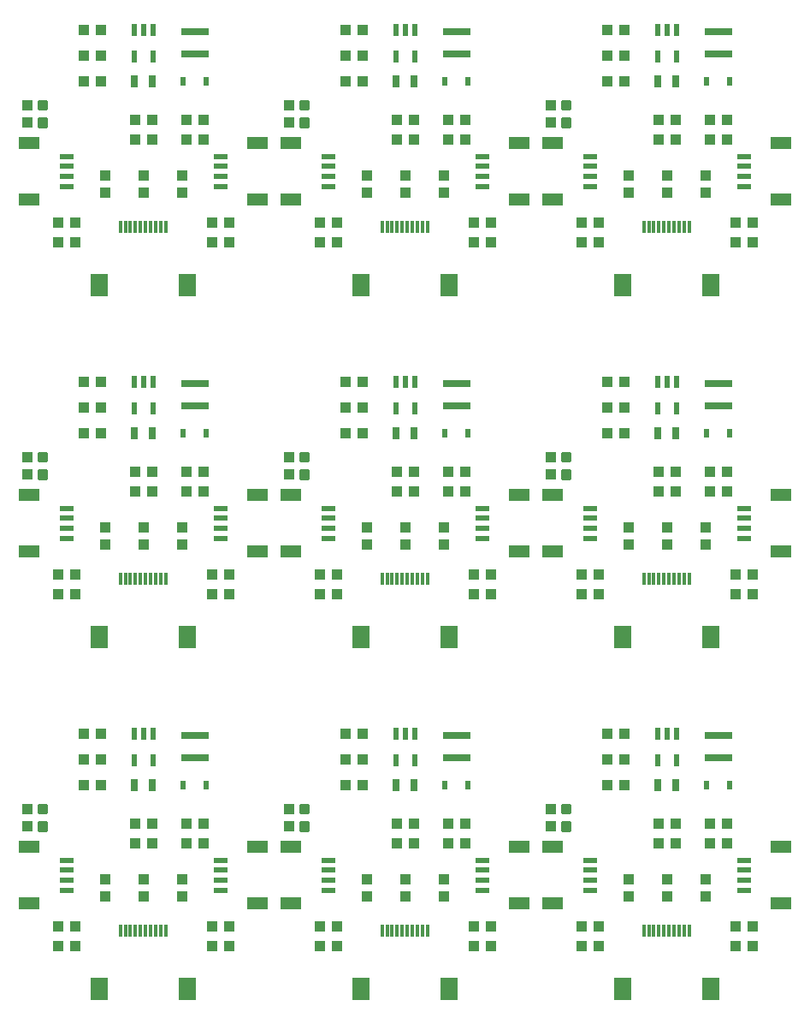
<source format=gtp>
G75*
%MOIN*%
%OFA0B0*%
%FSLAX25Y25*%
%IPPOS*%
%LPD*%
%AMOC8*
5,1,8,0,0,1.08239X$1,22.5*
%
%ADD10R,0.04331X0.03937*%
%ADD11R,0.03937X0.04331*%
%ADD12R,0.07874X0.04724*%
%ADD13R,0.05315X0.02362*%
%ADD14R,0.01181X0.05118*%
%ADD15R,0.07087X0.08661*%
%ADD16C,0.01181*%
%ADD17R,0.02165X0.04724*%
%ADD18R,0.03150X0.04724*%
%ADD19R,0.02480X0.03268*%
%ADD20R,0.10630X0.03150*%
D10*
X0045404Y0051250D03*
X0052096Y0051250D03*
X0052096Y0058750D03*
X0045404Y0058750D03*
X0075404Y0091250D03*
X0082096Y0091250D03*
X0082096Y0098750D03*
X0075404Y0098750D03*
X0062096Y0113750D03*
X0055404Y0113750D03*
X0055404Y0123750D03*
X0062096Y0123750D03*
X0062096Y0133750D03*
X0055404Y0133750D03*
X0095404Y0098750D03*
X0095404Y0091250D03*
X0102096Y0091250D03*
X0102096Y0098750D03*
X0105404Y0058750D03*
X0105404Y0051250D03*
X0112096Y0051250D03*
X0112096Y0058750D03*
X0147404Y0058750D03*
X0147404Y0051250D03*
X0154096Y0051250D03*
X0154096Y0058750D03*
X0177404Y0091250D03*
X0184096Y0091250D03*
X0184096Y0098750D03*
X0177404Y0098750D03*
X0164096Y0113750D03*
X0157404Y0113750D03*
X0157404Y0123750D03*
X0164096Y0123750D03*
X0164096Y0133750D03*
X0157404Y0133750D03*
X0197404Y0098750D03*
X0197404Y0091250D03*
X0204096Y0091250D03*
X0204096Y0098750D03*
X0207404Y0058750D03*
X0214096Y0058750D03*
X0214096Y0051250D03*
X0207404Y0051250D03*
X0249404Y0051250D03*
X0249404Y0058750D03*
X0256096Y0058750D03*
X0256096Y0051250D03*
X0279404Y0091250D03*
X0279404Y0098750D03*
X0286096Y0098750D03*
X0286096Y0091250D03*
X0299404Y0091250D03*
X0306096Y0091250D03*
X0306096Y0098750D03*
X0299404Y0098750D03*
X0266096Y0113750D03*
X0259404Y0113750D03*
X0259404Y0123750D03*
X0266096Y0123750D03*
X0266096Y0133750D03*
X0259404Y0133750D03*
X0256096Y0188250D03*
X0256096Y0195750D03*
X0249404Y0195750D03*
X0249404Y0188250D03*
X0214096Y0188250D03*
X0207404Y0188250D03*
X0207404Y0195750D03*
X0214096Y0195750D03*
X0204096Y0228250D03*
X0204096Y0235750D03*
X0197404Y0235750D03*
X0197404Y0228250D03*
X0184096Y0228250D03*
X0177404Y0228250D03*
X0177404Y0235750D03*
X0184096Y0235750D03*
X0164096Y0250750D03*
X0157404Y0250750D03*
X0157404Y0260750D03*
X0164096Y0260750D03*
X0164096Y0270750D03*
X0157404Y0270750D03*
X0154096Y0325250D03*
X0154096Y0332750D03*
X0147404Y0332750D03*
X0147404Y0325250D03*
X0112096Y0325250D03*
X0112096Y0332750D03*
X0105404Y0332750D03*
X0105404Y0325250D03*
X0102096Y0365250D03*
X0102096Y0372750D03*
X0095404Y0372750D03*
X0095404Y0365250D03*
X0082096Y0365250D03*
X0075404Y0365250D03*
X0075404Y0372750D03*
X0082096Y0372750D03*
X0062096Y0387750D03*
X0055404Y0387750D03*
X0055404Y0397750D03*
X0062096Y0397750D03*
X0062096Y0407750D03*
X0055404Y0407750D03*
X0052096Y0332750D03*
X0045404Y0332750D03*
X0045404Y0325250D03*
X0052096Y0325250D03*
X0055404Y0270750D03*
X0062096Y0270750D03*
X0062096Y0260750D03*
X0055404Y0260750D03*
X0055404Y0250750D03*
X0062096Y0250750D03*
X0075404Y0235750D03*
X0082096Y0235750D03*
X0082096Y0228250D03*
X0075404Y0228250D03*
X0095404Y0228250D03*
X0095404Y0235750D03*
X0102096Y0235750D03*
X0102096Y0228250D03*
X0105404Y0195750D03*
X0105404Y0188250D03*
X0112096Y0188250D03*
X0112096Y0195750D03*
X0147404Y0195750D03*
X0147404Y0188250D03*
X0154096Y0188250D03*
X0154096Y0195750D03*
X0259404Y0250750D03*
X0266096Y0250750D03*
X0266096Y0260750D03*
X0259404Y0260750D03*
X0259404Y0270750D03*
X0266096Y0270750D03*
X0279404Y0235750D03*
X0279404Y0228250D03*
X0286096Y0228250D03*
X0286096Y0235750D03*
X0299404Y0235750D03*
X0306096Y0235750D03*
X0306096Y0228250D03*
X0299404Y0228250D03*
X0309404Y0195750D03*
X0316096Y0195750D03*
X0316096Y0188250D03*
X0309404Y0188250D03*
X0309404Y0058750D03*
X0316096Y0058750D03*
X0316096Y0051250D03*
X0309404Y0051250D03*
X0309404Y0325250D03*
X0316096Y0325250D03*
X0316096Y0332750D03*
X0309404Y0332750D03*
X0306096Y0365250D03*
X0299404Y0365250D03*
X0299404Y0372750D03*
X0306096Y0372750D03*
X0286096Y0372750D03*
X0286096Y0365250D03*
X0279404Y0365250D03*
X0279404Y0372750D03*
X0266096Y0387750D03*
X0259404Y0387750D03*
X0259404Y0397750D03*
X0266096Y0397750D03*
X0266096Y0407750D03*
X0259404Y0407750D03*
X0204096Y0372750D03*
X0204096Y0365250D03*
X0197404Y0365250D03*
X0197404Y0372750D03*
X0184096Y0372750D03*
X0177404Y0372750D03*
X0177404Y0365250D03*
X0184096Y0365250D03*
X0164096Y0387750D03*
X0157404Y0387750D03*
X0157404Y0397750D03*
X0164096Y0397750D03*
X0164096Y0407750D03*
X0157404Y0407750D03*
X0207404Y0332750D03*
X0214096Y0332750D03*
X0214096Y0325250D03*
X0207404Y0325250D03*
X0249404Y0325250D03*
X0249404Y0332750D03*
X0256096Y0332750D03*
X0256096Y0325250D03*
X0052096Y0195750D03*
X0045404Y0195750D03*
X0045404Y0188250D03*
X0052096Y0188250D03*
D11*
X0063750Y0207404D03*
X0063750Y0214096D03*
X0078750Y0214096D03*
X0078750Y0207404D03*
X0093750Y0207404D03*
X0093750Y0214096D03*
X0135474Y0234844D03*
X0135474Y0241537D03*
X0165750Y0214096D03*
X0165750Y0207404D03*
X0180750Y0207404D03*
X0180750Y0214096D03*
X0195750Y0214096D03*
X0195750Y0207404D03*
X0237474Y0234844D03*
X0237474Y0241537D03*
X0267750Y0214096D03*
X0267750Y0207404D03*
X0282750Y0207404D03*
X0282750Y0214096D03*
X0297750Y0214096D03*
X0297750Y0207404D03*
X0237474Y0104537D03*
X0237474Y0097844D03*
X0267750Y0077096D03*
X0267750Y0070404D03*
X0282750Y0070404D03*
X0282750Y0077096D03*
X0297750Y0077096D03*
X0297750Y0070404D03*
X0195750Y0070404D03*
X0195750Y0077096D03*
X0180750Y0077096D03*
X0180750Y0070404D03*
X0165750Y0070404D03*
X0165750Y0077096D03*
X0135474Y0097844D03*
X0135474Y0104537D03*
X0093750Y0077096D03*
X0093750Y0070404D03*
X0078750Y0070404D03*
X0078750Y0077096D03*
X0063750Y0077096D03*
X0063750Y0070404D03*
X0033474Y0097844D03*
X0033474Y0104537D03*
X0033474Y0234844D03*
X0033474Y0241537D03*
X0063750Y0344404D03*
X0063750Y0351096D03*
X0078750Y0351096D03*
X0078750Y0344404D03*
X0093750Y0344404D03*
X0093750Y0351096D03*
X0135474Y0371844D03*
X0135474Y0378537D03*
X0165750Y0351096D03*
X0165750Y0344404D03*
X0180750Y0344404D03*
X0180750Y0351096D03*
X0195750Y0351096D03*
X0195750Y0344404D03*
X0237474Y0371844D03*
X0237474Y0378537D03*
X0267750Y0351096D03*
X0267750Y0344404D03*
X0282750Y0344404D03*
X0282750Y0351096D03*
X0297750Y0351096D03*
X0297750Y0344404D03*
X0033474Y0371844D03*
X0033474Y0378537D03*
D12*
X0034281Y0363774D03*
X0034281Y0341726D03*
X0123219Y0341726D03*
X0136281Y0341726D03*
X0136281Y0363774D03*
X0123219Y0363774D03*
X0225219Y0363774D03*
X0238281Y0363774D03*
X0238281Y0341726D03*
X0225219Y0341726D03*
X0327219Y0341726D03*
X0327219Y0363774D03*
X0327219Y0226774D03*
X0327219Y0204726D03*
X0238281Y0204726D03*
X0225219Y0204726D03*
X0225219Y0226774D03*
X0238281Y0226774D03*
X0136281Y0226774D03*
X0123219Y0226774D03*
X0123219Y0204726D03*
X0136281Y0204726D03*
X0034281Y0204726D03*
X0034281Y0226774D03*
X0034281Y0089774D03*
X0034281Y0067726D03*
X0123219Y0067726D03*
X0136281Y0067726D03*
X0136281Y0089774D03*
X0123219Y0089774D03*
X0225219Y0089774D03*
X0238281Y0089774D03*
X0238281Y0067726D03*
X0225219Y0067726D03*
X0327219Y0067726D03*
X0327219Y0089774D03*
D13*
X0312750Y0084656D03*
X0312750Y0080719D03*
X0312750Y0076781D03*
X0312750Y0072844D03*
X0252750Y0072844D03*
X0252750Y0076781D03*
X0252750Y0080719D03*
X0252750Y0084656D03*
X0210750Y0084656D03*
X0210750Y0080719D03*
X0210750Y0076781D03*
X0210750Y0072844D03*
X0150750Y0072844D03*
X0150750Y0076781D03*
X0150750Y0080719D03*
X0150750Y0084656D03*
X0108750Y0084656D03*
X0108750Y0080719D03*
X0108750Y0076781D03*
X0108750Y0072844D03*
X0048750Y0072844D03*
X0048750Y0076781D03*
X0048750Y0080719D03*
X0048750Y0084656D03*
X0048750Y0209844D03*
X0048750Y0213781D03*
X0048750Y0217719D03*
X0048750Y0221656D03*
X0108750Y0221656D03*
X0108750Y0217719D03*
X0108750Y0213781D03*
X0108750Y0209844D03*
X0150750Y0209844D03*
X0150750Y0213781D03*
X0150750Y0217719D03*
X0150750Y0221656D03*
X0210750Y0221656D03*
X0210750Y0217719D03*
X0210750Y0213781D03*
X0210750Y0209844D03*
X0252750Y0209844D03*
X0252750Y0213781D03*
X0252750Y0217719D03*
X0252750Y0221656D03*
X0312750Y0221656D03*
X0312750Y0217719D03*
X0312750Y0213781D03*
X0312750Y0209844D03*
X0312750Y0346844D03*
X0312750Y0350781D03*
X0312750Y0354719D03*
X0312750Y0358656D03*
X0252750Y0358656D03*
X0252750Y0354719D03*
X0252750Y0350781D03*
X0252750Y0346844D03*
X0210750Y0346844D03*
X0210750Y0350781D03*
X0210750Y0354719D03*
X0210750Y0358656D03*
X0150750Y0358656D03*
X0150750Y0354719D03*
X0150750Y0350781D03*
X0150750Y0346844D03*
X0108750Y0346844D03*
X0108750Y0350781D03*
X0108750Y0354719D03*
X0108750Y0358656D03*
X0048750Y0358656D03*
X0048750Y0354719D03*
X0048750Y0350781D03*
X0048750Y0346844D03*
D14*
X0069695Y0331136D03*
X0071663Y0331136D03*
X0073632Y0331136D03*
X0075600Y0331136D03*
X0077569Y0331136D03*
X0079537Y0331136D03*
X0081506Y0331136D03*
X0083474Y0331136D03*
X0085443Y0331136D03*
X0087411Y0331136D03*
X0171695Y0331136D03*
X0173663Y0331136D03*
X0175632Y0331136D03*
X0177600Y0331136D03*
X0179569Y0331136D03*
X0181537Y0331136D03*
X0183506Y0331136D03*
X0185474Y0331136D03*
X0187443Y0331136D03*
X0189411Y0331136D03*
X0273695Y0331136D03*
X0275663Y0331136D03*
X0277632Y0331136D03*
X0279600Y0331136D03*
X0281569Y0331136D03*
X0283537Y0331136D03*
X0285506Y0331136D03*
X0287474Y0331136D03*
X0289443Y0331136D03*
X0291411Y0331136D03*
X0291411Y0194136D03*
X0289443Y0194136D03*
X0287474Y0194136D03*
X0285506Y0194136D03*
X0283537Y0194136D03*
X0281569Y0194136D03*
X0279600Y0194136D03*
X0277632Y0194136D03*
X0275663Y0194136D03*
X0273695Y0194136D03*
X0189411Y0194136D03*
X0187443Y0194136D03*
X0185474Y0194136D03*
X0183506Y0194136D03*
X0181537Y0194136D03*
X0179569Y0194136D03*
X0177600Y0194136D03*
X0175632Y0194136D03*
X0173663Y0194136D03*
X0171695Y0194136D03*
X0087411Y0194136D03*
X0085443Y0194136D03*
X0083474Y0194136D03*
X0081506Y0194136D03*
X0079537Y0194136D03*
X0077569Y0194136D03*
X0075600Y0194136D03*
X0073632Y0194136D03*
X0071663Y0194136D03*
X0069695Y0194136D03*
X0069695Y0057136D03*
X0071663Y0057136D03*
X0073632Y0057136D03*
X0075600Y0057136D03*
X0077569Y0057136D03*
X0079537Y0057136D03*
X0081506Y0057136D03*
X0083474Y0057136D03*
X0085443Y0057136D03*
X0087411Y0057136D03*
X0171695Y0057136D03*
X0173663Y0057136D03*
X0175632Y0057136D03*
X0177600Y0057136D03*
X0179569Y0057136D03*
X0181537Y0057136D03*
X0183506Y0057136D03*
X0185474Y0057136D03*
X0187443Y0057136D03*
X0189411Y0057136D03*
X0273695Y0057136D03*
X0275663Y0057136D03*
X0277632Y0057136D03*
X0279600Y0057136D03*
X0281569Y0057136D03*
X0283537Y0057136D03*
X0285506Y0057136D03*
X0287474Y0057136D03*
X0289443Y0057136D03*
X0291411Y0057136D03*
D15*
X0299679Y0034695D03*
X0265427Y0034695D03*
X0197679Y0034695D03*
X0163427Y0034695D03*
X0095679Y0034695D03*
X0061427Y0034695D03*
X0061427Y0171695D03*
X0095679Y0171695D03*
X0163427Y0171695D03*
X0197679Y0171695D03*
X0265427Y0171695D03*
X0299679Y0171695D03*
X0299679Y0308695D03*
X0265427Y0308695D03*
X0197679Y0308695D03*
X0163427Y0308695D03*
X0095679Y0308695D03*
X0061427Y0308695D03*
D16*
X0040758Y0373116D02*
X0038002Y0373116D01*
X0040758Y0373116D02*
X0040758Y0370360D01*
X0038002Y0370360D01*
X0038002Y0373116D01*
X0038002Y0371540D02*
X0040758Y0371540D01*
X0040758Y0372720D02*
X0038002Y0372720D01*
X0038002Y0380022D02*
X0040758Y0380022D01*
X0040758Y0377266D01*
X0038002Y0377266D01*
X0038002Y0380022D01*
X0038002Y0378446D02*
X0040758Y0378446D01*
X0040758Y0379626D02*
X0038002Y0379626D01*
X0140002Y0380022D02*
X0142758Y0380022D01*
X0142758Y0377266D01*
X0140002Y0377266D01*
X0140002Y0380022D01*
X0140002Y0378446D02*
X0142758Y0378446D01*
X0142758Y0379626D02*
X0140002Y0379626D01*
X0140002Y0373116D02*
X0142758Y0373116D01*
X0142758Y0370360D01*
X0140002Y0370360D01*
X0140002Y0373116D01*
X0140002Y0371540D02*
X0142758Y0371540D01*
X0142758Y0372720D02*
X0140002Y0372720D01*
X0242002Y0373116D02*
X0244758Y0373116D01*
X0244758Y0370360D01*
X0242002Y0370360D01*
X0242002Y0373116D01*
X0242002Y0371540D02*
X0244758Y0371540D01*
X0244758Y0372720D02*
X0242002Y0372720D01*
X0242002Y0380022D02*
X0244758Y0380022D01*
X0244758Y0377266D01*
X0242002Y0377266D01*
X0242002Y0380022D01*
X0242002Y0378446D02*
X0244758Y0378446D01*
X0244758Y0379626D02*
X0242002Y0379626D01*
X0242002Y0243022D02*
X0244758Y0243022D01*
X0244758Y0240266D01*
X0242002Y0240266D01*
X0242002Y0243022D01*
X0242002Y0241446D02*
X0244758Y0241446D01*
X0244758Y0242626D02*
X0242002Y0242626D01*
X0242002Y0236116D02*
X0244758Y0236116D01*
X0244758Y0233360D01*
X0242002Y0233360D01*
X0242002Y0236116D01*
X0242002Y0234540D02*
X0244758Y0234540D01*
X0244758Y0235720D02*
X0242002Y0235720D01*
X0142758Y0236116D02*
X0140002Y0236116D01*
X0142758Y0236116D02*
X0142758Y0233360D01*
X0140002Y0233360D01*
X0140002Y0236116D01*
X0140002Y0234540D02*
X0142758Y0234540D01*
X0142758Y0235720D02*
X0140002Y0235720D01*
X0140002Y0243022D02*
X0142758Y0243022D01*
X0142758Y0240266D01*
X0140002Y0240266D01*
X0140002Y0243022D01*
X0140002Y0241446D02*
X0142758Y0241446D01*
X0142758Y0242626D02*
X0140002Y0242626D01*
X0040758Y0243022D02*
X0038002Y0243022D01*
X0040758Y0243022D02*
X0040758Y0240266D01*
X0038002Y0240266D01*
X0038002Y0243022D01*
X0038002Y0241446D02*
X0040758Y0241446D01*
X0040758Y0242626D02*
X0038002Y0242626D01*
X0038002Y0236116D02*
X0040758Y0236116D01*
X0040758Y0233360D01*
X0038002Y0233360D01*
X0038002Y0236116D01*
X0038002Y0234540D02*
X0040758Y0234540D01*
X0040758Y0235720D02*
X0038002Y0235720D01*
X0038002Y0106022D02*
X0040758Y0106022D01*
X0040758Y0103266D01*
X0038002Y0103266D01*
X0038002Y0106022D01*
X0038002Y0104446D02*
X0040758Y0104446D01*
X0040758Y0105626D02*
X0038002Y0105626D01*
X0038002Y0099116D02*
X0040758Y0099116D01*
X0040758Y0096360D01*
X0038002Y0096360D01*
X0038002Y0099116D01*
X0038002Y0097540D02*
X0040758Y0097540D01*
X0040758Y0098720D02*
X0038002Y0098720D01*
X0140002Y0099116D02*
X0142758Y0099116D01*
X0142758Y0096360D01*
X0140002Y0096360D01*
X0140002Y0099116D01*
X0140002Y0097540D02*
X0142758Y0097540D01*
X0142758Y0098720D02*
X0140002Y0098720D01*
X0140002Y0106022D02*
X0142758Y0106022D01*
X0142758Y0103266D01*
X0140002Y0103266D01*
X0140002Y0106022D01*
X0140002Y0104446D02*
X0142758Y0104446D01*
X0142758Y0105626D02*
X0140002Y0105626D01*
X0242002Y0106022D02*
X0244758Y0106022D01*
X0244758Y0103266D01*
X0242002Y0103266D01*
X0242002Y0106022D01*
X0242002Y0104446D02*
X0244758Y0104446D01*
X0244758Y0105626D02*
X0242002Y0105626D01*
X0242002Y0099116D02*
X0244758Y0099116D01*
X0244758Y0096360D01*
X0242002Y0096360D01*
X0242002Y0099116D01*
X0242002Y0097540D02*
X0244758Y0097540D01*
X0244758Y0098720D02*
X0242002Y0098720D01*
D17*
X0279010Y0123631D03*
X0286490Y0123631D03*
X0286490Y0133869D03*
X0282750Y0133869D03*
X0279010Y0133869D03*
X0184490Y0133869D03*
X0180750Y0133869D03*
X0177010Y0133869D03*
X0177010Y0123631D03*
X0184490Y0123631D03*
X0082490Y0123631D03*
X0075010Y0123631D03*
X0075010Y0133869D03*
X0078750Y0133869D03*
X0082490Y0133869D03*
X0082490Y0260631D03*
X0075010Y0260631D03*
X0075010Y0270869D03*
X0078750Y0270869D03*
X0082490Y0270869D03*
X0177010Y0270869D03*
X0180750Y0270869D03*
X0184490Y0270869D03*
X0184490Y0260631D03*
X0177010Y0260631D03*
X0279010Y0260631D03*
X0286490Y0260631D03*
X0286490Y0270869D03*
X0282750Y0270869D03*
X0279010Y0270869D03*
X0279010Y0397631D03*
X0286490Y0397631D03*
X0286490Y0407869D03*
X0282750Y0407869D03*
X0279010Y0407869D03*
X0184490Y0407869D03*
X0180750Y0407869D03*
X0177010Y0407869D03*
X0177010Y0397631D03*
X0184490Y0397631D03*
X0082490Y0397631D03*
X0075010Y0397631D03*
X0075010Y0407869D03*
X0078750Y0407869D03*
X0082490Y0407869D03*
D18*
X0082293Y0387750D03*
X0075207Y0387750D03*
X0177207Y0387750D03*
X0184293Y0387750D03*
X0279207Y0387750D03*
X0286293Y0387750D03*
X0286293Y0250750D03*
X0279207Y0250750D03*
X0184293Y0250750D03*
X0177207Y0250750D03*
X0082293Y0250750D03*
X0075207Y0250750D03*
X0075207Y0113750D03*
X0082293Y0113750D03*
X0177207Y0113750D03*
X0184293Y0113750D03*
X0279207Y0113750D03*
X0286293Y0113750D03*
D19*
X0298222Y0113750D03*
X0307278Y0113750D03*
X0205278Y0113750D03*
X0196222Y0113750D03*
X0103278Y0113750D03*
X0094222Y0113750D03*
X0094222Y0250750D03*
X0103278Y0250750D03*
X0196222Y0250750D03*
X0205278Y0250750D03*
X0298222Y0250750D03*
X0307278Y0250750D03*
X0307278Y0387750D03*
X0298222Y0387750D03*
X0205278Y0387750D03*
X0196222Y0387750D03*
X0103278Y0387750D03*
X0094222Y0387750D03*
D20*
X0098750Y0398419D03*
X0098750Y0407081D03*
X0200750Y0407081D03*
X0200750Y0398419D03*
X0302750Y0398419D03*
X0302750Y0407081D03*
X0302750Y0270081D03*
X0302750Y0261419D03*
X0200750Y0261419D03*
X0200750Y0270081D03*
X0098750Y0270081D03*
X0098750Y0261419D03*
X0098750Y0133081D03*
X0098750Y0124419D03*
X0200750Y0124419D03*
X0200750Y0133081D03*
X0302750Y0133081D03*
X0302750Y0124419D03*
M02*

</source>
